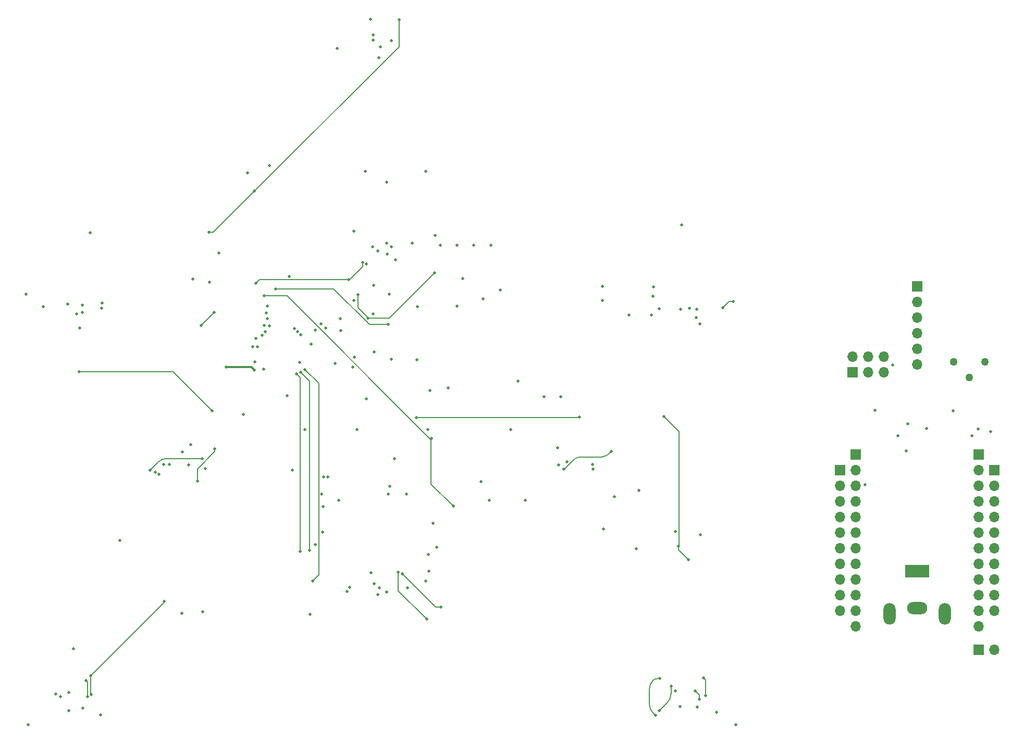
<source format=gbr>
%TF.GenerationSoftware,KiCad,Pcbnew,(6.0.7-1)-1*%
%TF.CreationDate,2022-09-29T17:17:32-06:00*%
%TF.ProjectId,starman,73746172-6d61-46e2-9e6b-696361645f70,rev?*%
%TF.SameCoordinates,Original*%
%TF.FileFunction,Copper,L3,Inr*%
%TF.FilePolarity,Positive*%
%FSLAX46Y46*%
G04 Gerber Fmt 4.6, Leading zero omitted, Abs format (unit mm)*
G04 Created by KiCad (PCBNEW (6.0.7-1)-1) date 2022-09-29 17:17:32*
%MOMM*%
%LPD*%
G01*
G04 APERTURE LIST*
%TA.AperFunction,ComponentPad*%
%ADD10C,1.260000*%
%TD*%
%TA.AperFunction,ComponentPad*%
%ADD11R,1.700000X1.700000*%
%TD*%
%TA.AperFunction,ComponentPad*%
%ADD12O,1.700000X1.700000*%
%TD*%
%TA.AperFunction,ComponentPad*%
%ADD13R,4.000000X2.000000*%
%TD*%
%TA.AperFunction,ComponentPad*%
%ADD14O,3.300000X2.000000*%
%TD*%
%TA.AperFunction,ComponentPad*%
%ADD15O,2.000000X3.500000*%
%TD*%
%TA.AperFunction,ViaPad*%
%ADD16C,0.500000*%
%TD*%
%TA.AperFunction,Conductor*%
%ADD17C,0.200000*%
%TD*%
%TA.AperFunction,Conductor*%
%ADD18C,0.150000*%
%TD*%
%TA.AperFunction,Conductor*%
%ADD19C,0.300000*%
%TD*%
G04 APERTURE END LIST*
D10*
%TO.N,/Expansion Module/ext_SOUND*%
%TO.C,RV1*%
X208025000Y-101000000D03*
%TO.N,Net-(C35-Pad2)*%
X205485000Y-103540000D03*
%TO.N,GNDA*%
X202945000Y-101000000D03*
%TD*%
D11*
%TO.N,VCC*%
%TO.C,J6*%
X207000000Y-116025000D03*
D12*
%TO.N,unconnected-(J6-Pad2)*%
X207000000Y-118565000D03*
%TO.N,unconnected-(J6-Pad3)*%
X207000000Y-121105000D03*
%TO.N,/Expansion Module/ext_MUTE*%
X207000000Y-123645000D03*
%TO.N,/Expansion Module/ext_GPIO1*%
X207000000Y-126185000D03*
%TO.N,/Expansion Module/ext_GPIO2*%
X207000000Y-128725000D03*
%TO.N,/Expansion Module/ext_GPIO3*%
X207000000Y-131265000D03*
%TO.N,/Expansion Module/ext_GPIO4*%
X207000000Y-133805000D03*
%TO.N,/Expansion Module/ext_GPIO5*%
X207000000Y-136345000D03*
%TO.N,/Expansion Module/ext_GPIO6*%
X207000000Y-138885000D03*
%TO.N,/Expansion Module/ext_GPIO7*%
X207000000Y-141425000D03*
%TO.N,/Expansion Module/ext_GPIO8*%
X207000000Y-143965000D03*
%TD*%
D13*
%TO.N,VCC*%
%TO.C,J10*%
X197000000Y-135000000D03*
D14*
%TO.N,GNDA*%
X197000000Y-141000000D03*
D15*
X192500000Y-142000000D03*
X201500000Y-142000000D03*
%TD*%
D11*
%TO.N,+5VA*%
%TO.C,J9*%
X184500000Y-118575000D03*
D12*
%TO.N,/Expansion Module/ext_GPIO9*%
X184500000Y-121115000D03*
%TO.N,/Expansion Module/ext_GPIO10*%
X184500000Y-123655000D03*
%TO.N,/Expansion Module/ext_GPIO11*%
X184500000Y-126195000D03*
%TO.N,/Expansion Module/ext_GPIO12*%
X184500000Y-128735000D03*
%TO.N,/Expansion Module/ext_GPIO13*%
X184500000Y-131275000D03*
%TO.N,/Expansion Module/ext_GPIO14*%
X184500000Y-133815000D03*
%TO.N,/Expansion Module/ext_GPIO15*%
X184500000Y-136355000D03*
%TO.N,/Expansion Module/ext_GPIO16*%
X184500000Y-138895000D03*
%TO.N,GNDA*%
X184500000Y-141435000D03*
%TD*%
D11*
%TO.N,+3.3VA*%
%TO.C,J8*%
X187040000Y-116035000D03*
D12*
%TO.N,GNDA*%
X187040000Y-118575000D03*
%TO.N,/Expansion Module/ext_GPIO9*%
X187040000Y-121115000D03*
%TO.N,/Expansion Module/ext_GPIO10*%
X187040000Y-123655000D03*
%TO.N,/Expansion Module/ext_GPIO11*%
X187040000Y-126195000D03*
%TO.N,/Expansion Module/ext_GPIO12*%
X187040000Y-128735000D03*
%TO.N,/Expansion Module/ext_GPIO13*%
X187040000Y-131275000D03*
%TO.N,/Expansion Module/ext_GPIO14*%
X187040000Y-133815000D03*
%TO.N,/Expansion Module/ext_GPIO15*%
X187040000Y-136355000D03*
%TO.N,/Expansion Module/ext_GPIO16*%
X187040000Y-138895000D03*
%TO.N,+5VA*%
X187040000Y-141435000D03*
%TO.N,GNDA*%
X187040000Y-143975000D03*
%TD*%
D11*
%TO.N,+3.3VA*%
%TO.C,J7*%
X209540000Y-118565000D03*
D12*
%TO.N,/Expansion Module/ext_GPIO1*%
X209540000Y-121105000D03*
%TO.N,/Expansion Module/ext_GPIO2*%
X209540000Y-123645000D03*
%TO.N,/Expansion Module/ext_GPIO3*%
X209540000Y-126185000D03*
%TO.N,/Expansion Module/ext_GPIO4*%
X209540000Y-128725000D03*
%TO.N,/Expansion Module/ext_GPIO5*%
X209540000Y-131265000D03*
%TO.N,/Expansion Module/ext_GPIO6*%
X209540000Y-133805000D03*
%TO.N,/Expansion Module/ext_GPIO7*%
X209540000Y-136345000D03*
%TO.N,/Expansion Module/ext_GPIO8*%
X209540000Y-138885000D03*
%TO.N,GNDA*%
X209540000Y-141425000D03*
%TD*%
D11*
%TO.N,/Expansion Module/ext_GPIO0*%
%TO.C,J5*%
X186475000Y-102700000D03*
D12*
%TO.N,/Expansion Module/ext_RXD*%
X186475000Y-100160000D03*
%TO.N,GNDA*%
X189015000Y-102700000D03*
%TO.N,/Expansion Module/ext_TXD*%
X189015000Y-100160000D03*
%TO.N,unconnected-(J5-Pad5)*%
X191555000Y-102700000D03*
%TO.N,/Expansion Module/ext_EN*%
X191555000Y-100160000D03*
%TD*%
D11*
%TO.N,/Expansion Module/ext_RXD*%
%TO.C,J4*%
X197000000Y-88700000D03*
D12*
%TO.N,/Expansion Module/ext_TXD*%
X197000000Y-91240000D03*
%TO.N,/Expansion Module/ext_GPIO0*%
X197000000Y-93780000D03*
%TO.N,/Expansion Module/ext_EN*%
X197000000Y-96320000D03*
%TO.N,/Expansion Module/ext_SOUND*%
X197000000Y-98860000D03*
%TO.N,GNDA*%
X197000000Y-101400000D03*
%TD*%
D11*
%TO.N,/Expansion Module/ext_GPIO1*%
%TO.C,J11*%
X207010000Y-147775000D03*
D12*
%TO.N,GNDA*%
X209550000Y-147775000D03*
%TD*%
D16*
%TO.N,/SCLK*%
X138782049Y-117724500D03*
X61390497Y-91761257D03*
X75530221Y-117679931D03*
X73800000Y-119300000D03*
X109650000Y-137700000D03*
X157000000Y-153750000D03*
X155100000Y-157700000D03*
X154181575Y-88833331D03*
X161200000Y-92400000D03*
X59174500Y-154754877D03*
X111550000Y-82275980D03*
X108600500Y-47839623D03*
X104832435Y-137650264D03*
X100939600Y-95504000D03*
%TO.N,+3V3*%
X81917600Y-79924000D03*
X155850000Y-109900000D03*
X89275000Y-73250000D03*
X82457200Y-108950000D03*
X80038000Y-120411600D03*
X82862500Y-115158900D03*
X60886400Y-102631600D03*
X158225000Y-130950000D03*
X62816800Y-155108000D03*
X106937482Y-84810253D03*
X112825000Y-45325000D03*
X62750000Y-152000000D03*
X115600000Y-110025000D03*
X162250000Y-152400000D03*
X142150000Y-109975000D03*
X162592585Y-155258207D03*
X104670000Y-87620000D03*
X74650000Y-139950000D03*
X89600000Y-88200000D03*
X159825000Y-133150000D03*
%TO.N,+5V*%
X111025000Y-122500000D03*
X106000000Y-112000000D03*
X151775000Y-121900000D03*
X52200000Y-90000000D03*
X115730000Y-100670000D03*
X84750000Y-101850000D03*
X103300000Y-94000000D03*
X103000000Y-123500000D03*
X147814444Y-122910556D03*
X82750000Y-92950000D03*
X165400000Y-92200000D03*
X114025000Y-122450000D03*
X100500000Y-124500000D03*
X80650000Y-95100000D03*
X111550000Y-100550000D03*
X131000000Y-112000000D03*
X87500000Y-109500000D03*
X118650000Y-80400000D03*
X127500000Y-123500000D03*
X82000000Y-88025000D03*
X108750000Y-99400000D03*
X55000000Y-92000000D03*
X115800358Y-92000000D03*
X97500000Y-112000000D03*
X89300000Y-102300000D03*
X107500000Y-107000000D03*
X167100000Y-91150000D03*
X120800000Y-105200000D03*
X133300000Y-123500000D03*
X83575000Y-83250000D03*
X114930000Y-81670000D03*
X146000000Y-128200000D03*
X117500000Y-112000000D03*
X150220000Y-93360000D03*
X153850000Y-93370000D03*
X126100000Y-120500000D03*
X105300000Y-101825000D03*
%TO.N,/GPIO1*%
X118100000Y-113450000D03*
X90950000Y-90250000D03*
X121650000Y-124450000D03*
%TO.N,/GPIO2*%
X118350000Y-127250000D03*
X91450000Y-91900000D03*
%TO.N,/GPIO3*%
X118950000Y-131100000D03*
X91250000Y-93000000D03*
%TO.N,/GPIO4*%
X117600000Y-132300000D03*
X91450000Y-94000000D03*
%TO.N,/MISO*%
X155100000Y-92349500D03*
X102425000Y-101200000D03*
%TO.N,/MOSI*%
X110875000Y-83450000D03*
X100152200Y-94767400D03*
%TO.N,/RXD*%
X105500000Y-91000000D03*
X111200000Y-90000000D03*
%TO.N,/GPIO5*%
X117674500Y-135050000D03*
X91800000Y-95150000D03*
%TO.N,/GPIO6*%
X117200000Y-136600000D03*
X90900000Y-95100000D03*
%TO.N,/GPIO7*%
X113350000Y-135425000D03*
X119575000Y-140875000D03*
X91125000Y-96050000D03*
%TO.N,/GPIO8*%
X90600000Y-96700000D03*
X117325000Y-142825000D03*
X112700000Y-135225000D03*
%TO.N,/GPIO9*%
X89580622Y-97172607D03*
X101275000Y-119675000D03*
%TO.N,/GPIO10*%
X89802227Y-98573273D03*
X100575000Y-119675000D03*
%TO.N,/GPIO11*%
X89066704Y-98508796D03*
X100249500Y-122450000D03*
%TO.N,/GPIO12*%
X89425500Y-100988987D03*
X100375000Y-128675000D03*
%TO.N,/GPIO13*%
X99175000Y-130700000D03*
X90800000Y-102150000D03*
%TO.N,/GPIO14*%
X96125000Y-102900000D03*
X96750000Y-131800000D03*
%TO.N,/GPIO15*%
X98275000Y-131650000D03*
X96825000Y-102699500D03*
%TO.N,/GPIO16*%
X98775000Y-136650000D03*
X97550000Y-102225000D03*
%TO.N,+3.3VA*%
X205874500Y-113000000D03*
X193830000Y-113030000D03*
%TO.N,GNDA*%
X202850000Y-108925000D03*
X206900000Y-111900000D03*
X198500000Y-111800000D03*
X193000000Y-101500000D03*
X195500000Y-111100000D03*
%TO.N,+5VA*%
X188500000Y-121000000D03*
X195250000Y-115500000D03*
%TO.N,/GPIO0*%
X92800000Y-89100000D03*
X111100000Y-94900000D03*
%TO.N,/EN*%
X107800000Y-93850000D03*
X106150000Y-90050000D03*
X118560000Y-86510000D03*
%TO.N,Net-(R12-Pad2)*%
X62223023Y-155423023D03*
X61986444Y-152786444D03*
%TO.N,Net-(R6-Pad2)*%
X96831239Y-96568761D03*
X124950000Y-82050000D03*
%TO.N,Net-(R7-Pad2)*%
X127750000Y-82050000D03*
X98531622Y-98110576D03*
%TO.N,GND*%
X79300000Y-87550000D03*
X123200000Y-87400000D03*
X94625000Y-106475000D03*
X52600000Y-160000000D03*
X91725000Y-69025000D03*
X138574500Y-114975653D03*
X108181250Y-45250000D03*
X126500000Y-90700000D03*
X95000000Y-87100000D03*
X117875000Y-105650000D03*
X59925000Y-147650000D03*
X157674500Y-154489270D03*
X77525000Y-141875000D03*
X57050194Y-154997289D03*
X105600000Y-100200000D03*
X161674500Y-94822204D03*
X62600000Y-80000000D03*
X77600000Y-115650000D03*
X108700000Y-88550000D03*
X78960523Y-114439477D03*
X145860000Y-91010000D03*
X117200000Y-70000000D03*
X145840000Y-88730000D03*
X158700000Y-78700000D03*
X98339890Y-142024500D03*
X111350000Y-121200000D03*
X132150000Y-104150000D03*
X95500000Y-118600000D03*
X122200000Y-91899500D03*
X108256250Y-135306250D03*
X151330000Y-131340000D03*
X112225000Y-84400000D03*
X60925000Y-95500000D03*
X167500000Y-160000000D03*
X67500000Y-130000000D03*
X107375000Y-70025000D03*
X102800000Y-50000000D03*
X161800000Y-129100000D03*
%TO.N,/LE*%
X139600000Y-118400000D03*
X59128269Y-157681056D03*
X73182321Y-118971706D03*
X155200000Y-152500000D03*
X110850000Y-81650000D03*
X64550000Y-91400000D03*
X160000000Y-92300000D03*
X154070000Y-90340000D03*
X99250000Y-95850000D03*
X108600500Y-48700000D03*
X110824500Y-71774501D03*
X154500000Y-158500000D03*
X74546236Y-117649834D03*
X147325000Y-115525000D03*
X109400000Y-138800000D03*
X104350000Y-138350000D03*
%TO.N,Net-(R14-Pad2)*%
X161650000Y-155825000D03*
X160972563Y-154475000D03*
%TO.N,Net-(U3-Pad22)*%
X64535523Y-92285523D03*
X61325001Y-92925001D03*
X109800000Y-49750000D03*
%TO.N,Net-(U5-Pad22)*%
X57800000Y-155425000D03*
X72350000Y-118600000D03*
X80800000Y-116700000D03*
%TO.N,Net-(U6-Pad22)*%
X61450000Y-157325000D03*
X108750000Y-137050000D03*
%TO.N,Net-(U10-Pad2)*%
X144277876Y-117674011D03*
X161124011Y-93750000D03*
%TO.N,Net-(U2-Pad22)*%
X109525000Y-51500000D03*
X108525000Y-82250000D03*
%TO.N,Net-(U4-Pad22)*%
X78675500Y-117746849D03*
X60424213Y-93205159D03*
%TO.N,Net-(U7-Pad22)*%
X158500000Y-157000000D03*
X114175000Y-137700000D03*
%TO.N,Net-(U8-Pad22)*%
X161250000Y-157100000D03*
X140120957Y-117213755D03*
%TO.N,/PWCLK1*%
X58956000Y-91557200D03*
X88166000Y-70221200D03*
X111551056Y-48776056D03*
X105475000Y-79775000D03*
%TO.N,/PWCLK2*%
X110850000Y-138400000D03*
X81358800Y-118379600D03*
X64350000Y-158350000D03*
X80950000Y-141600000D03*
%TO.N,/PWCLK3*%
X158574800Y-92420800D03*
X164375000Y-157975000D03*
X157700500Y-128600000D03*
X144376127Y-118446084D03*
%TO.N,Net-(D39-Pad1)*%
X107536444Y-85061445D03*
X109400000Y-82925000D03*
%TO.N,Net-(D65-Pad1)*%
X136400000Y-106700000D03*
X139100000Y-106700000D03*
%TO.N,/MUTE*%
X96700000Y-101100000D03*
X112100002Y-116700000D03*
%TO.N,/STATUS*%
X103400000Y-95900000D03*
X129300000Y-89300000D03*
%TO.N,Net-(R5-Pad1)*%
X96308832Y-96046355D03*
X122200000Y-82050000D03*
%TO.N,/Expansion Module/ext_EN*%
X190150000Y-108900000D03*
%TO.N,/Expansion Module/ext_MUTE*%
X208950000Y-112300000D03*
%TO.N,Net-(R4-Pad1)*%
X119550000Y-82050000D03*
X108575000Y-93225000D03*
X95849564Y-95587087D03*
%TD*%
D17*
%TO.N,/SCLK*%
X157000000Y-154971573D02*
X157000000Y-153750000D01*
X155100000Y-157700000D02*
X156414214Y-156385786D01*
X156414228Y-156385800D02*
G75*
G03*
X157000000Y-154971573I-1414228J1414200D01*
G01*
D18*
%TO.N,+3V3*%
X158275000Y-130900000D02*
X158275000Y-112325000D01*
X159825000Y-133150000D02*
X158225000Y-131550000D01*
X142150000Y-109975000D02*
X142075000Y-110050000D01*
X158225000Y-131550000D02*
X158225000Y-130950000D01*
X142075000Y-110050000D02*
X115625000Y-110050000D01*
X112825000Y-45325000D02*
X112825000Y-49725000D01*
X158275000Y-112325000D02*
X155850000Y-109900000D01*
X81917600Y-79924000D02*
X82601000Y-79924000D01*
X104780000Y-87620000D02*
X106937482Y-85462518D01*
X89300000Y-73250000D02*
X89275000Y-73250000D01*
X82601000Y-79924000D02*
X89275000Y-73250000D01*
X82457200Y-108950000D02*
X76138800Y-102631600D01*
X162592585Y-152742585D02*
X162592585Y-155258207D01*
X62750000Y-155041200D02*
X62750000Y-152000000D01*
X74750000Y-140000000D02*
X62750000Y-152000000D01*
X82862500Y-115591390D02*
X82862500Y-115158900D01*
X115625000Y-110050000D02*
X115600000Y-110025000D01*
X89600000Y-88200000D02*
X90180000Y-87620000D01*
X62816800Y-155108000D02*
X62750000Y-155041200D01*
X104670000Y-87620000D02*
X104780000Y-87620000D01*
X80038000Y-118415890D02*
X82862500Y-115591390D01*
X162250000Y-152400000D02*
X162592585Y-152742585D01*
X106937482Y-85462518D02*
X106937482Y-84810253D01*
X76138800Y-102631600D02*
X60886400Y-102631600D01*
X158225000Y-130950000D02*
X158275000Y-130900000D01*
X90180000Y-87620000D02*
X104670000Y-87620000D01*
X112825000Y-49725000D02*
X89300000Y-73250000D01*
X80038000Y-120411600D02*
X80038000Y-118415890D01*
D19*
%TO.N,+5V*%
X88850000Y-101850000D02*
X89300000Y-102300000D01*
D18*
X165400000Y-92200000D02*
X166450000Y-91150000D01*
D19*
X84750000Y-101850000D02*
X88850000Y-101850000D01*
D18*
X80650000Y-95050000D02*
X80650000Y-95100000D01*
X166450000Y-91150000D02*
X167100000Y-91150000D01*
X82750000Y-92950000D02*
X80650000Y-95050000D01*
%TO.N,/GPIO1*%
X118049520Y-113699507D02*
X118049520Y-113500480D01*
X117521276Y-113171241D02*
X117521294Y-113171241D01*
X90950000Y-90250000D02*
X94600013Y-90250000D01*
X117696714Y-113346695D02*
X117707038Y-113357021D01*
X117872134Y-113522117D02*
X117872133Y-113522120D01*
X117872133Y-113522120D02*
X118049520Y-113699507D01*
X118049520Y-113500480D02*
X118100000Y-113450000D01*
X117696714Y-113346679D02*
X117696714Y-113346695D01*
X117614170Y-113264135D02*
X117696714Y-113346679D01*
X118049520Y-113699507D02*
X118049520Y-120849520D01*
X117521235Y-113171218D02*
X117521246Y-113171229D01*
X117521294Y-113171241D02*
X117614170Y-113264135D01*
X94600013Y-90250000D02*
X117521230Y-113171217D01*
X118049520Y-120849520D02*
X121650000Y-124450000D01*
X117707038Y-113357021D02*
X117872134Y-113522117D01*
X117521264Y-113171229D02*
X117521276Y-113171241D01*
X117521246Y-113171229D02*
X117521264Y-113171229D01*
X117521230Y-113171217D02*
X117521235Y-113171218D01*
%TO.N,/GPIO7*%
X118775000Y-140875000D02*
X113350000Y-135450000D01*
X119575000Y-140875000D02*
X118775000Y-140875000D01*
X113350000Y-135450000D02*
X113350000Y-135425000D01*
%TO.N,/GPIO8*%
X112700000Y-138200000D02*
X117325000Y-142825000D01*
X112700000Y-135225000D02*
X112700000Y-138200000D01*
%TO.N,/GPIO14*%
X96750000Y-103525000D02*
X96125000Y-102900000D01*
X96750000Y-131800000D02*
X96750000Y-103525000D01*
%TO.N,/GPIO15*%
X98275000Y-104149500D02*
X96825000Y-102699500D01*
X98275000Y-131650000D02*
X98275000Y-104149500D01*
%TO.N,/GPIO16*%
X99775000Y-104450000D02*
X99775000Y-135650000D01*
X99775000Y-135650000D02*
X98775000Y-136650000D01*
X97550000Y-102225000D02*
X99775000Y-104450000D01*
%TO.N,/GPIO0*%
X111100000Y-94900000D02*
X107998141Y-94900000D01*
X107998141Y-94900000D02*
X102198141Y-89100000D01*
X102198141Y-89100000D02*
X92800000Y-89100000D01*
%TO.N,/EN*%
X107800000Y-93800000D02*
X106150000Y-92150000D01*
X107800000Y-93850000D02*
X111220000Y-93850000D01*
X107800000Y-93850000D02*
X107800000Y-93800000D01*
X106150000Y-92150000D02*
X106150000Y-90050000D01*
X111220000Y-93850000D02*
X118560000Y-86510000D01*
%TO.N,Net-(R12-Pad2)*%
X62223023Y-153023023D02*
X61986444Y-152786444D01*
X62223023Y-155423023D02*
X62223023Y-153023023D01*
D17*
%TO.N,/LE*%
X139683301Y-118400000D02*
X140320045Y-117763256D01*
X142364028Y-116447333D02*
X142462231Y-116445898D01*
X154500000Y-158500000D02*
X154085786Y-158085786D01*
X146714115Y-116090701D02*
X146873003Y-115968783D01*
X146489677Y-116225219D02*
X146659735Y-116127037D01*
X140320045Y-117763256D02*
X140348569Y-117763256D01*
X141381816Y-116764558D02*
X141551881Y-116666366D01*
X140670458Y-117441367D02*
X140670458Y-117412843D01*
X145579614Y-116445785D02*
X145677812Y-116444258D01*
X142469535Y-116445845D02*
X145571841Y-116445845D01*
X146916626Y-115931124D02*
X146987145Y-115862770D01*
X139600000Y-118400000D02*
X139683301Y-118400000D01*
X154789214Y-152500000D02*
X155200000Y-152500000D01*
X142107732Y-116477671D02*
X142306061Y-116451558D01*
X145735306Y-116440040D02*
X145933856Y-116413899D01*
X141054319Y-117029059D02*
X141124791Y-116960639D01*
X141853902Y-116541259D02*
X142043587Y-116490431D01*
X141168696Y-116922705D02*
X141327436Y-116800895D01*
X146992697Y-115857303D02*
X147325000Y-115525000D01*
X145998001Y-116401139D02*
X146187673Y-116350315D01*
X140348569Y-117763256D02*
X140670458Y-117441367D01*
X146249607Y-116329291D02*
X146431023Y-116254144D01*
X141610541Y-116637437D02*
X141791968Y-116562284D01*
X140670458Y-117412843D02*
X141049059Y-117034242D01*
X153500000Y-156671573D02*
X153500000Y-154198268D01*
X146916627Y-115931125D02*
G75*
G02*
X146873002Y-115968782I-347727J358725D01*
G01*
X141610541Y-116637438D02*
G75*
G03*
X141551881Y-116666367I191259J-461762D01*
G01*
X145735306Y-116440038D02*
G75*
G02*
X145677812Y-116444258I-65306J495938D01*
G01*
X146992697Y-115857303D02*
G75*
G02*
X146987145Y-115862769I-337397J337103D01*
G01*
X142043587Y-116490431D02*
G75*
G02*
X142107732Y-116477671I129413J-482969D01*
G01*
X146431024Y-116254146D02*
G75*
G03*
X146489677Y-116225219I-191324J461846D01*
G01*
X154082100Y-152792886D02*
G75*
G02*
X154789214Y-152500000I707100J-707114D01*
G01*
X142306062Y-116451564D02*
G75*
G02*
X142364028Y-116447333I65338J-496036D01*
G01*
X141327435Y-116800894D02*
G75*
G02*
X141381816Y-116764558I304265J-396506D01*
G01*
X141049059Y-117034242D02*
G75*
G02*
X141054319Y-117029059I349641J-349558D01*
G01*
X145571841Y-116445845D02*
G75*
G03*
X145579614Y-116445784I-41J503445D01*
G01*
X153500020Y-156671573D02*
G75*
G03*
X154085787Y-158085785I1999980J-27D01*
G01*
X141168695Y-116922704D02*
G75*
G03*
X141124791Y-116960639I304605J-396896D01*
G01*
X154082132Y-152792918D02*
G75*
G03*
X153500000Y-154198268I1405368J-1405382D01*
G01*
X146249608Y-116329293D02*
G75*
G02*
X146187673Y-116350315I-191308J461893D01*
G01*
X142469535Y-116445845D02*
G75*
G03*
X142462231Y-116445898I-35J-494055D01*
G01*
X145998001Y-116401139D02*
G75*
G02*
X145933856Y-116413898I-129401J482939D01*
G01*
X146659736Y-116127038D02*
G75*
G03*
X146714115Y-116090701I-250036J433038D01*
G01*
X141791969Y-116562287D02*
G75*
G02*
X141853902Y-116541260I191431J-462113D01*
G01*
D18*
%TO.N,Net-(R14-Pad2)*%
X161650000Y-155152437D02*
X161650000Y-155825000D01*
X160972563Y-154475000D02*
X161650000Y-155152437D01*
D17*
%TO.N,Net-(U5-Pad22)*%
X72350000Y-118600000D02*
X73664214Y-117285786D01*
X75078427Y-116700000D02*
X80800000Y-116700000D01*
X75078427Y-116700020D02*
G75*
G03*
X73664215Y-117285787I-27J-1999980D01*
G01*
%TD*%
M02*

</source>
